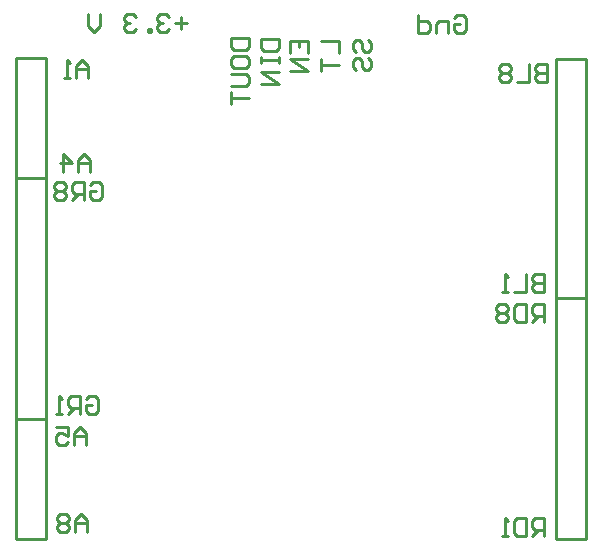
<source format=gbo>
%FSLAX43Y43*%
%MOMM*%
G71*
G01*
G75*
G04 Layer_Color=32896*
%ADD10R,1.500X1.400*%
%ADD11R,1.600X0.600*%
%ADD12R,0.600X1.600*%
%ADD13R,1.400X1.500*%
%ADD14O,2.000X0.350*%
%ADD15O,0.350X2.000*%
%ADD16C,0.300*%
%ADD17C,0.500*%
%ADD18R,1.700X1.700*%
%ADD19C,1.700*%
%ADD20C,1.500*%
%ADD21R,1.500X1.500*%
%ADD22C,1.270*%
%ADD23C,0.250*%
%ADD24C,0.600*%
%ADD25C,0.200*%
%ADD26C,0.254*%
%ADD27R,1.703X1.603*%
%ADD28R,1.803X0.803*%
%ADD29R,0.803X1.803*%
%ADD30R,1.603X1.703*%
%ADD31O,2.203X0.553*%
%ADD32O,0.553X2.203*%
%ADD33R,1.903X1.903*%
%ADD34C,1.903*%
%ADD35C,1.703*%
%ADD36R,1.703X1.703*%
%ADD37C,1.473*%
D26*
X870Y4690D02*
Y14850D01*
Y4690D02*
X890Y4670D01*
X3430D01*
Y14850D01*
X870D02*
Y35200D01*
Y14850D02*
X3430D01*
Y35150D01*
X870Y35200D02*
X3380D01*
X870D02*
Y45340D01*
Y35200D02*
X3380D01*
X3430Y35150D02*
Y45340D01*
X870D02*
X3430D01*
X46590Y4630D02*
Y25070D01*
X46600Y25080D01*
X49140D01*
X49120Y4640D02*
Y25100D01*
X49110Y4630D02*
X49120Y4640D01*
X46590Y4630D02*
X49110D01*
X46610Y45320D02*
X49120D01*
X49100Y45300D02*
X49120Y45320D01*
Y25100D02*
Y45320D01*
X46600Y25080D02*
X49140D01*
X46590Y25070D02*
X46600Y25080D01*
X46590Y25070D02*
Y45300D01*
X6814Y16530D02*
X7068Y16784D01*
X7576D01*
X7830Y16530D01*
Y15514D01*
X7576Y15260D01*
X7068D01*
X6814Y15514D01*
Y16022D01*
X7322D01*
X6306Y15260D02*
Y16784D01*
X5545D01*
X5291Y16530D01*
Y16022D01*
X5545Y15768D01*
X6306D01*
X5799D02*
X5291Y15260D01*
X4783D02*
X4275D01*
X4529D01*
Y16784D01*
X4783Y16530D01*
X7174Y34600D02*
X7428Y34854D01*
X7936D01*
X8190Y34600D01*
Y33584D01*
X7936Y33330D01*
X7428D01*
X7174Y33584D01*
Y34092D01*
X7682D01*
X6666Y33330D02*
Y34854D01*
X5905D01*
X5651Y34600D01*
Y34092D01*
X5905Y33838D01*
X6666D01*
X6159D02*
X5651Y33330D01*
X5143Y34600D02*
X4889Y34854D01*
X4381D01*
X4127Y34600D01*
Y34346D01*
X4381Y34092D01*
X4127Y33838D01*
Y33584D01*
X4381Y33330D01*
X4889D01*
X5143Y33584D01*
Y33838D01*
X4889Y34092D01*
X5143Y34346D01*
Y34600D01*
X4889Y34092D02*
X4381D01*
X6840Y12610D02*
Y13626D01*
X6332Y14134D01*
X5824Y13626D01*
Y12610D01*
Y13372D01*
X6840D01*
X4301Y14134D02*
X5316D01*
Y13372D01*
X4809Y13626D01*
X4555D01*
X4301Y13372D01*
Y12864D01*
X4555Y12610D01*
X5063D01*
X5316Y12864D01*
X6910Y5230D02*
Y6246D01*
X6402Y6754D01*
X5894Y6246D01*
Y5230D01*
Y5992D01*
X6910D01*
X5386Y6500D02*
X5133Y6754D01*
X4625D01*
X4371Y6500D01*
Y6246D01*
X4625Y5992D01*
X4371Y5738D01*
Y5484D01*
X4625Y5230D01*
X5133D01*
X5386Y5484D01*
Y5738D01*
X5133Y5992D01*
X5386Y6246D01*
Y6500D01*
X5133Y5992D02*
X4625D01*
X7160Y35760D02*
Y36776D01*
X6652Y37284D01*
X6144Y36776D01*
Y35760D01*
Y36522D01*
X7160D01*
X4875Y35760D02*
Y37284D01*
X5636Y36522D01*
X4621D01*
X6960Y43690D02*
Y44706D01*
X6452Y45214D01*
X5944Y44706D01*
Y43690D01*
Y44452D01*
X6960D01*
X5436Y43690D02*
X4929D01*
X5183D01*
Y45214D01*
X5436Y44960D01*
X45590Y27074D02*
Y25550D01*
X44828D01*
X44574Y25804D01*
Y26058D01*
X44828Y26312D01*
X45590D01*
X44828D01*
X44574Y26566D01*
Y26820D01*
X44828Y27074D01*
X45590D01*
X44066D02*
Y25550D01*
X43051D01*
X42543D02*
X42035D01*
X42289D01*
Y27074D01*
X42543Y26820D01*
X45560Y23010D02*
Y24534D01*
X44798D01*
X44544Y24280D01*
Y23772D01*
X44798Y23518D01*
X45560D01*
X45052D02*
X44544Y23010D01*
X44036Y24534D02*
Y23010D01*
X43275D01*
X43021Y23264D01*
Y24280D01*
X43275Y24534D01*
X44036D01*
X42513Y24280D02*
X42259Y24534D01*
X41751D01*
X41497Y24280D01*
Y24026D01*
X41751Y23772D01*
X41497Y23518D01*
Y23264D01*
X41751Y23010D01*
X42259D01*
X42513Y23264D01*
Y23518D01*
X42259Y23772D01*
X42513Y24026D01*
Y24280D01*
X42259Y23772D02*
X41751D01*
X45800Y44874D02*
Y43350D01*
X45038D01*
X44784Y43604D01*
Y43858D01*
X45038Y44112D01*
X45800D01*
X45038D01*
X44784Y44366D01*
Y44620D01*
X45038Y44874D01*
X45800D01*
X44276D02*
Y43350D01*
X43261D01*
X42753Y44620D02*
X42499Y44874D01*
X41991D01*
X41737Y44620D01*
Y44366D01*
X41991Y44112D01*
X41737Y43858D01*
Y43604D01*
X41991Y43350D01*
X42499D01*
X42753Y43604D01*
Y43858D01*
X42499Y44112D01*
X42753Y44366D01*
Y44620D01*
X42499Y44112D02*
X41991D01*
X45560Y4910D02*
Y6434D01*
X44798D01*
X44544Y6180D01*
Y5672D01*
X44798Y5418D01*
X45560D01*
X45052D02*
X44544Y4910D01*
X44036Y6434D02*
Y4910D01*
X43275D01*
X43021Y5164D01*
Y6180D01*
X43275Y6434D01*
X44036D01*
X42513Y4910D02*
X42005D01*
X42259D01*
Y6434D01*
X42513Y6180D01*
X19056Y47070D02*
X20580D01*
Y46308D01*
X20326Y46054D01*
X19310D01*
X19056Y46308D01*
Y47070D01*
Y44785D02*
Y45293D01*
X19310Y45546D01*
X20326D01*
X20580Y45293D01*
Y44785D01*
X20326Y44531D01*
X19310D01*
X19056Y44785D01*
Y44023D02*
X20326D01*
X20580Y43769D01*
Y43261D01*
X20326Y43007D01*
X19056D01*
Y42499D02*
Y41484D01*
Y41992D01*
X20580D01*
X21636Y46960D02*
X23160D01*
Y46198D01*
X22906Y45944D01*
X21890D01*
X21636Y46198D01*
Y46960D01*
Y45436D02*
Y44929D01*
Y45183D01*
X23160D01*
Y45436D01*
Y44929D01*
Y44167D02*
X21636D01*
X23160Y43151D01*
X21636D01*
X24116Y45814D02*
Y46830D01*
X25640D01*
Y45814D01*
X24878Y46830D02*
Y46322D01*
X25640Y45306D02*
X24116D01*
X25640Y44291D01*
X24116D01*
X26746Y46830D02*
X28270D01*
Y45814D01*
X26746Y45306D02*
Y44291D01*
Y44799D01*
X28270D01*
X29660Y45874D02*
X29406Y46128D01*
Y46636D01*
X29660Y46890D01*
X29914D01*
X30168Y46636D01*
Y46128D01*
X30422Y45874D01*
X30676D01*
X30930Y46128D01*
Y46636D01*
X30676Y46890D01*
X29660Y44351D02*
X29406Y44605D01*
Y45113D01*
X29660Y45366D01*
X29914D01*
X30168Y45113D01*
Y44605D01*
X30422Y44351D01*
X30676D01*
X30930Y44605D01*
Y45113D01*
X30676Y45366D01*
X15380Y48302D02*
X14364D01*
X14872Y48810D02*
Y47794D01*
X13856Y48810D02*
X13603Y49064D01*
X13095D01*
X12841Y48810D01*
Y48556D01*
X13095Y48302D01*
X13349D01*
X13095D01*
X12841Y48048D01*
Y47794D01*
X13095Y47540D01*
X13603D01*
X13856Y47794D01*
X12333Y47540D02*
Y47794D01*
X12079D01*
Y47540D01*
X12333D01*
X11063Y48810D02*
X10809Y49064D01*
X10302D01*
X10048Y48810D01*
Y48556D01*
X10302Y48302D01*
X10556D01*
X10302D01*
X10048Y48048D01*
Y47794D01*
X10302Y47540D01*
X10809D01*
X11063Y47794D01*
X8016Y49064D02*
Y48048D01*
X7509Y47540D01*
X7001Y48048D01*
Y49064D01*
X37984Y48730D02*
X38238Y48984D01*
X38746D01*
X39000Y48730D01*
Y47714D01*
X38746Y47460D01*
X38238D01*
X37984Y47714D01*
Y48222D01*
X38492D01*
X37476Y47460D02*
Y48476D01*
X36715D01*
X36461Y48222D01*
Y47460D01*
X34937Y48984D02*
Y47460D01*
X35699D01*
X35953Y47714D01*
Y48222D01*
X35699Y48476D01*
X34937D01*
M02*

</source>
